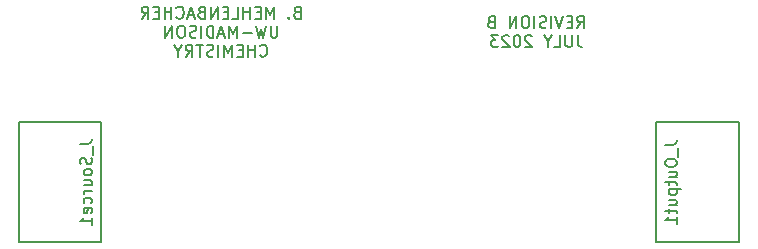
<source format=gbr>
G04 #@! TF.GenerationSoftware,KiCad,Pcbnew,7.0.6*
G04 #@! TF.CreationDate,2023-07-18T09:57:41-05:00*
G04 #@! TF.ProjectId,DC_Amplifier,44435f41-6d70-46c6-9966-6965722e6b69,B*
G04 #@! TF.SameCoordinates,Original*
G04 #@! TF.FileFunction,Legend,Bot*
G04 #@! TF.FilePolarity,Positive*
%FSLAX46Y46*%
G04 Gerber Fmt 4.6, Leading zero omitted, Abs format (unit mm)*
G04 Created by KiCad (PCBNEW 7.0.6) date 2023-07-18 09:57:41*
%MOMM*%
%LPD*%
G01*
G04 APERTURE LIST*
%ADD10C,0.150000*%
G04 APERTURE END LIST*
D10*
X118387380Y-75849819D02*
X118720713Y-75373628D01*
X118958808Y-75849819D02*
X118958808Y-74849819D01*
X118958808Y-74849819D02*
X118577856Y-74849819D01*
X118577856Y-74849819D02*
X118482618Y-74897438D01*
X118482618Y-74897438D02*
X118434999Y-74945057D01*
X118434999Y-74945057D02*
X118387380Y-75040295D01*
X118387380Y-75040295D02*
X118387380Y-75183152D01*
X118387380Y-75183152D02*
X118434999Y-75278390D01*
X118434999Y-75278390D02*
X118482618Y-75326009D01*
X118482618Y-75326009D02*
X118577856Y-75373628D01*
X118577856Y-75373628D02*
X118958808Y-75373628D01*
X117958808Y-75326009D02*
X117625475Y-75326009D01*
X117482618Y-75849819D02*
X117958808Y-75849819D01*
X117958808Y-75849819D02*
X117958808Y-74849819D01*
X117958808Y-74849819D02*
X117482618Y-74849819D01*
X117196903Y-74849819D02*
X116863570Y-75849819D01*
X116863570Y-75849819D02*
X116530237Y-74849819D01*
X116196903Y-75849819D02*
X116196903Y-74849819D01*
X115768332Y-75802200D02*
X115625475Y-75849819D01*
X115625475Y-75849819D02*
X115387380Y-75849819D01*
X115387380Y-75849819D02*
X115292142Y-75802200D01*
X115292142Y-75802200D02*
X115244523Y-75754580D01*
X115244523Y-75754580D02*
X115196904Y-75659342D01*
X115196904Y-75659342D02*
X115196904Y-75564104D01*
X115196904Y-75564104D02*
X115244523Y-75468866D01*
X115244523Y-75468866D02*
X115292142Y-75421247D01*
X115292142Y-75421247D02*
X115387380Y-75373628D01*
X115387380Y-75373628D02*
X115577856Y-75326009D01*
X115577856Y-75326009D02*
X115673094Y-75278390D01*
X115673094Y-75278390D02*
X115720713Y-75230771D01*
X115720713Y-75230771D02*
X115768332Y-75135533D01*
X115768332Y-75135533D02*
X115768332Y-75040295D01*
X115768332Y-75040295D02*
X115720713Y-74945057D01*
X115720713Y-74945057D02*
X115673094Y-74897438D01*
X115673094Y-74897438D02*
X115577856Y-74849819D01*
X115577856Y-74849819D02*
X115339761Y-74849819D01*
X115339761Y-74849819D02*
X115196904Y-74897438D01*
X114768332Y-75849819D02*
X114768332Y-74849819D01*
X114101666Y-74849819D02*
X113911190Y-74849819D01*
X113911190Y-74849819D02*
X113815952Y-74897438D01*
X113815952Y-74897438D02*
X113720714Y-74992676D01*
X113720714Y-74992676D02*
X113673095Y-75183152D01*
X113673095Y-75183152D02*
X113673095Y-75516485D01*
X113673095Y-75516485D02*
X113720714Y-75706961D01*
X113720714Y-75706961D02*
X113815952Y-75802200D01*
X113815952Y-75802200D02*
X113911190Y-75849819D01*
X113911190Y-75849819D02*
X114101666Y-75849819D01*
X114101666Y-75849819D02*
X114196904Y-75802200D01*
X114196904Y-75802200D02*
X114292142Y-75706961D01*
X114292142Y-75706961D02*
X114339761Y-75516485D01*
X114339761Y-75516485D02*
X114339761Y-75183152D01*
X114339761Y-75183152D02*
X114292142Y-74992676D01*
X114292142Y-74992676D02*
X114196904Y-74897438D01*
X114196904Y-74897438D02*
X114101666Y-74849819D01*
X113244523Y-75849819D02*
X113244523Y-74849819D01*
X113244523Y-74849819D02*
X112673095Y-75849819D01*
X112673095Y-75849819D02*
X112673095Y-74849819D01*
X111101666Y-75326009D02*
X110958809Y-75373628D01*
X110958809Y-75373628D02*
X110911190Y-75421247D01*
X110911190Y-75421247D02*
X110863571Y-75516485D01*
X110863571Y-75516485D02*
X110863571Y-75659342D01*
X110863571Y-75659342D02*
X110911190Y-75754580D01*
X110911190Y-75754580D02*
X110958809Y-75802200D01*
X110958809Y-75802200D02*
X111054047Y-75849819D01*
X111054047Y-75849819D02*
X111434999Y-75849819D01*
X111434999Y-75849819D02*
X111434999Y-74849819D01*
X111434999Y-74849819D02*
X111101666Y-74849819D01*
X111101666Y-74849819D02*
X111006428Y-74897438D01*
X111006428Y-74897438D02*
X110958809Y-74945057D01*
X110958809Y-74945057D02*
X110911190Y-75040295D01*
X110911190Y-75040295D02*
X110911190Y-75135533D01*
X110911190Y-75135533D02*
X110958809Y-75230771D01*
X110958809Y-75230771D02*
X111006428Y-75278390D01*
X111006428Y-75278390D02*
X111101666Y-75326009D01*
X111101666Y-75326009D02*
X111434999Y-75326009D01*
X118435000Y-76459819D02*
X118435000Y-77174104D01*
X118435000Y-77174104D02*
X118482619Y-77316961D01*
X118482619Y-77316961D02*
X118577857Y-77412200D01*
X118577857Y-77412200D02*
X118720714Y-77459819D01*
X118720714Y-77459819D02*
X118815952Y-77459819D01*
X117958809Y-76459819D02*
X117958809Y-77269342D01*
X117958809Y-77269342D02*
X117911190Y-77364580D01*
X117911190Y-77364580D02*
X117863571Y-77412200D01*
X117863571Y-77412200D02*
X117768333Y-77459819D01*
X117768333Y-77459819D02*
X117577857Y-77459819D01*
X117577857Y-77459819D02*
X117482619Y-77412200D01*
X117482619Y-77412200D02*
X117435000Y-77364580D01*
X117435000Y-77364580D02*
X117387381Y-77269342D01*
X117387381Y-77269342D02*
X117387381Y-76459819D01*
X116435000Y-77459819D02*
X116911190Y-77459819D01*
X116911190Y-77459819D02*
X116911190Y-76459819D01*
X115911190Y-76983628D02*
X115911190Y-77459819D01*
X116244523Y-76459819D02*
X115911190Y-76983628D01*
X115911190Y-76983628D02*
X115577857Y-76459819D01*
X114530237Y-76555057D02*
X114482618Y-76507438D01*
X114482618Y-76507438D02*
X114387380Y-76459819D01*
X114387380Y-76459819D02*
X114149285Y-76459819D01*
X114149285Y-76459819D02*
X114054047Y-76507438D01*
X114054047Y-76507438D02*
X114006428Y-76555057D01*
X114006428Y-76555057D02*
X113958809Y-76650295D01*
X113958809Y-76650295D02*
X113958809Y-76745533D01*
X113958809Y-76745533D02*
X114006428Y-76888390D01*
X114006428Y-76888390D02*
X114577856Y-77459819D01*
X114577856Y-77459819D02*
X113958809Y-77459819D01*
X113339761Y-76459819D02*
X113244523Y-76459819D01*
X113244523Y-76459819D02*
X113149285Y-76507438D01*
X113149285Y-76507438D02*
X113101666Y-76555057D01*
X113101666Y-76555057D02*
X113054047Y-76650295D01*
X113054047Y-76650295D02*
X113006428Y-76840771D01*
X113006428Y-76840771D02*
X113006428Y-77078866D01*
X113006428Y-77078866D02*
X113054047Y-77269342D01*
X113054047Y-77269342D02*
X113101666Y-77364580D01*
X113101666Y-77364580D02*
X113149285Y-77412200D01*
X113149285Y-77412200D02*
X113244523Y-77459819D01*
X113244523Y-77459819D02*
X113339761Y-77459819D01*
X113339761Y-77459819D02*
X113434999Y-77412200D01*
X113434999Y-77412200D02*
X113482618Y-77364580D01*
X113482618Y-77364580D02*
X113530237Y-77269342D01*
X113530237Y-77269342D02*
X113577856Y-77078866D01*
X113577856Y-77078866D02*
X113577856Y-76840771D01*
X113577856Y-76840771D02*
X113530237Y-76650295D01*
X113530237Y-76650295D02*
X113482618Y-76555057D01*
X113482618Y-76555057D02*
X113434999Y-76507438D01*
X113434999Y-76507438D02*
X113339761Y-76459819D01*
X112625475Y-76555057D02*
X112577856Y-76507438D01*
X112577856Y-76507438D02*
X112482618Y-76459819D01*
X112482618Y-76459819D02*
X112244523Y-76459819D01*
X112244523Y-76459819D02*
X112149285Y-76507438D01*
X112149285Y-76507438D02*
X112101666Y-76555057D01*
X112101666Y-76555057D02*
X112054047Y-76650295D01*
X112054047Y-76650295D02*
X112054047Y-76745533D01*
X112054047Y-76745533D02*
X112101666Y-76888390D01*
X112101666Y-76888390D02*
X112673094Y-77459819D01*
X112673094Y-77459819D02*
X112054047Y-77459819D01*
X111720713Y-76459819D02*
X111101666Y-76459819D01*
X111101666Y-76459819D02*
X111434999Y-76840771D01*
X111434999Y-76840771D02*
X111292142Y-76840771D01*
X111292142Y-76840771D02*
X111196904Y-76888390D01*
X111196904Y-76888390D02*
X111149285Y-76936009D01*
X111149285Y-76936009D02*
X111101666Y-77031247D01*
X111101666Y-77031247D02*
X111101666Y-77269342D01*
X111101666Y-77269342D02*
X111149285Y-77364580D01*
X111149285Y-77364580D02*
X111196904Y-77412200D01*
X111196904Y-77412200D02*
X111292142Y-77459819D01*
X111292142Y-77459819D02*
X111577856Y-77459819D01*
X111577856Y-77459819D02*
X111673094Y-77412200D01*
X111673094Y-77412200D02*
X111720713Y-77364580D01*
X94645952Y-74521009D02*
X94503095Y-74568628D01*
X94503095Y-74568628D02*
X94455476Y-74616247D01*
X94455476Y-74616247D02*
X94407857Y-74711485D01*
X94407857Y-74711485D02*
X94407857Y-74854342D01*
X94407857Y-74854342D02*
X94455476Y-74949580D01*
X94455476Y-74949580D02*
X94503095Y-74997200D01*
X94503095Y-74997200D02*
X94598333Y-75044819D01*
X94598333Y-75044819D02*
X94979285Y-75044819D01*
X94979285Y-75044819D02*
X94979285Y-74044819D01*
X94979285Y-74044819D02*
X94645952Y-74044819D01*
X94645952Y-74044819D02*
X94550714Y-74092438D01*
X94550714Y-74092438D02*
X94503095Y-74140057D01*
X94503095Y-74140057D02*
X94455476Y-74235295D01*
X94455476Y-74235295D02*
X94455476Y-74330533D01*
X94455476Y-74330533D02*
X94503095Y-74425771D01*
X94503095Y-74425771D02*
X94550714Y-74473390D01*
X94550714Y-74473390D02*
X94645952Y-74521009D01*
X94645952Y-74521009D02*
X94979285Y-74521009D01*
X93979285Y-74949580D02*
X93931666Y-74997200D01*
X93931666Y-74997200D02*
X93979285Y-75044819D01*
X93979285Y-75044819D02*
X94026904Y-74997200D01*
X94026904Y-74997200D02*
X93979285Y-74949580D01*
X93979285Y-74949580D02*
X93979285Y-75044819D01*
X92741190Y-75044819D02*
X92741190Y-74044819D01*
X92741190Y-74044819D02*
X92407857Y-74759104D01*
X92407857Y-74759104D02*
X92074524Y-74044819D01*
X92074524Y-74044819D02*
X92074524Y-75044819D01*
X91598333Y-74521009D02*
X91265000Y-74521009D01*
X91122143Y-75044819D02*
X91598333Y-75044819D01*
X91598333Y-75044819D02*
X91598333Y-74044819D01*
X91598333Y-74044819D02*
X91122143Y-74044819D01*
X90693571Y-75044819D02*
X90693571Y-74044819D01*
X90693571Y-74521009D02*
X90122143Y-74521009D01*
X90122143Y-75044819D02*
X90122143Y-74044819D01*
X89169762Y-75044819D02*
X89645952Y-75044819D01*
X89645952Y-75044819D02*
X89645952Y-74044819D01*
X88836428Y-74521009D02*
X88503095Y-74521009D01*
X88360238Y-75044819D02*
X88836428Y-75044819D01*
X88836428Y-75044819D02*
X88836428Y-74044819D01*
X88836428Y-74044819D02*
X88360238Y-74044819D01*
X87931666Y-75044819D02*
X87931666Y-74044819D01*
X87931666Y-74044819D02*
X87360238Y-75044819D01*
X87360238Y-75044819D02*
X87360238Y-74044819D01*
X86550714Y-74521009D02*
X86407857Y-74568628D01*
X86407857Y-74568628D02*
X86360238Y-74616247D01*
X86360238Y-74616247D02*
X86312619Y-74711485D01*
X86312619Y-74711485D02*
X86312619Y-74854342D01*
X86312619Y-74854342D02*
X86360238Y-74949580D01*
X86360238Y-74949580D02*
X86407857Y-74997200D01*
X86407857Y-74997200D02*
X86503095Y-75044819D01*
X86503095Y-75044819D02*
X86884047Y-75044819D01*
X86884047Y-75044819D02*
X86884047Y-74044819D01*
X86884047Y-74044819D02*
X86550714Y-74044819D01*
X86550714Y-74044819D02*
X86455476Y-74092438D01*
X86455476Y-74092438D02*
X86407857Y-74140057D01*
X86407857Y-74140057D02*
X86360238Y-74235295D01*
X86360238Y-74235295D02*
X86360238Y-74330533D01*
X86360238Y-74330533D02*
X86407857Y-74425771D01*
X86407857Y-74425771D02*
X86455476Y-74473390D01*
X86455476Y-74473390D02*
X86550714Y-74521009D01*
X86550714Y-74521009D02*
X86884047Y-74521009D01*
X85931666Y-74759104D02*
X85455476Y-74759104D01*
X86026904Y-75044819D02*
X85693571Y-74044819D01*
X85693571Y-74044819D02*
X85360238Y-75044819D01*
X84455476Y-74949580D02*
X84503095Y-74997200D01*
X84503095Y-74997200D02*
X84645952Y-75044819D01*
X84645952Y-75044819D02*
X84741190Y-75044819D01*
X84741190Y-75044819D02*
X84884047Y-74997200D01*
X84884047Y-74997200D02*
X84979285Y-74901961D01*
X84979285Y-74901961D02*
X85026904Y-74806723D01*
X85026904Y-74806723D02*
X85074523Y-74616247D01*
X85074523Y-74616247D02*
X85074523Y-74473390D01*
X85074523Y-74473390D02*
X85026904Y-74282914D01*
X85026904Y-74282914D02*
X84979285Y-74187676D01*
X84979285Y-74187676D02*
X84884047Y-74092438D01*
X84884047Y-74092438D02*
X84741190Y-74044819D01*
X84741190Y-74044819D02*
X84645952Y-74044819D01*
X84645952Y-74044819D02*
X84503095Y-74092438D01*
X84503095Y-74092438D02*
X84455476Y-74140057D01*
X84026904Y-75044819D02*
X84026904Y-74044819D01*
X84026904Y-74521009D02*
X83455476Y-74521009D01*
X83455476Y-75044819D02*
X83455476Y-74044819D01*
X82979285Y-74521009D02*
X82645952Y-74521009D01*
X82503095Y-75044819D02*
X82979285Y-75044819D01*
X82979285Y-75044819D02*
X82979285Y-74044819D01*
X82979285Y-74044819D02*
X82503095Y-74044819D01*
X81503095Y-75044819D02*
X81836428Y-74568628D01*
X82074523Y-75044819D02*
X82074523Y-74044819D01*
X82074523Y-74044819D02*
X81693571Y-74044819D01*
X81693571Y-74044819D02*
X81598333Y-74092438D01*
X81598333Y-74092438D02*
X81550714Y-74140057D01*
X81550714Y-74140057D02*
X81503095Y-74235295D01*
X81503095Y-74235295D02*
X81503095Y-74378152D01*
X81503095Y-74378152D02*
X81550714Y-74473390D01*
X81550714Y-74473390D02*
X81598333Y-74521009D01*
X81598333Y-74521009D02*
X81693571Y-74568628D01*
X81693571Y-74568628D02*
X82074523Y-74568628D01*
X93003094Y-75654819D02*
X93003094Y-76464342D01*
X93003094Y-76464342D02*
X92955475Y-76559580D01*
X92955475Y-76559580D02*
X92907856Y-76607200D01*
X92907856Y-76607200D02*
X92812618Y-76654819D01*
X92812618Y-76654819D02*
X92622142Y-76654819D01*
X92622142Y-76654819D02*
X92526904Y-76607200D01*
X92526904Y-76607200D02*
X92479285Y-76559580D01*
X92479285Y-76559580D02*
X92431666Y-76464342D01*
X92431666Y-76464342D02*
X92431666Y-75654819D01*
X92050713Y-75654819D02*
X91812618Y-76654819D01*
X91812618Y-76654819D02*
X91622142Y-75940533D01*
X91622142Y-75940533D02*
X91431666Y-76654819D01*
X91431666Y-76654819D02*
X91193571Y-75654819D01*
X90812618Y-76273866D02*
X90050714Y-76273866D01*
X89574523Y-76654819D02*
X89574523Y-75654819D01*
X89574523Y-75654819D02*
X89241190Y-76369104D01*
X89241190Y-76369104D02*
X88907857Y-75654819D01*
X88907857Y-75654819D02*
X88907857Y-76654819D01*
X88479285Y-76369104D02*
X88003095Y-76369104D01*
X88574523Y-76654819D02*
X88241190Y-75654819D01*
X88241190Y-75654819D02*
X87907857Y-76654819D01*
X87574523Y-76654819D02*
X87574523Y-75654819D01*
X87574523Y-75654819D02*
X87336428Y-75654819D01*
X87336428Y-75654819D02*
X87193571Y-75702438D01*
X87193571Y-75702438D02*
X87098333Y-75797676D01*
X87098333Y-75797676D02*
X87050714Y-75892914D01*
X87050714Y-75892914D02*
X87003095Y-76083390D01*
X87003095Y-76083390D02*
X87003095Y-76226247D01*
X87003095Y-76226247D02*
X87050714Y-76416723D01*
X87050714Y-76416723D02*
X87098333Y-76511961D01*
X87098333Y-76511961D02*
X87193571Y-76607200D01*
X87193571Y-76607200D02*
X87336428Y-76654819D01*
X87336428Y-76654819D02*
X87574523Y-76654819D01*
X86574523Y-76654819D02*
X86574523Y-75654819D01*
X86145952Y-76607200D02*
X86003095Y-76654819D01*
X86003095Y-76654819D02*
X85765000Y-76654819D01*
X85765000Y-76654819D02*
X85669762Y-76607200D01*
X85669762Y-76607200D02*
X85622143Y-76559580D01*
X85622143Y-76559580D02*
X85574524Y-76464342D01*
X85574524Y-76464342D02*
X85574524Y-76369104D01*
X85574524Y-76369104D02*
X85622143Y-76273866D01*
X85622143Y-76273866D02*
X85669762Y-76226247D01*
X85669762Y-76226247D02*
X85765000Y-76178628D01*
X85765000Y-76178628D02*
X85955476Y-76131009D01*
X85955476Y-76131009D02*
X86050714Y-76083390D01*
X86050714Y-76083390D02*
X86098333Y-76035771D01*
X86098333Y-76035771D02*
X86145952Y-75940533D01*
X86145952Y-75940533D02*
X86145952Y-75845295D01*
X86145952Y-75845295D02*
X86098333Y-75750057D01*
X86098333Y-75750057D02*
X86050714Y-75702438D01*
X86050714Y-75702438D02*
X85955476Y-75654819D01*
X85955476Y-75654819D02*
X85717381Y-75654819D01*
X85717381Y-75654819D02*
X85574524Y-75702438D01*
X84955476Y-75654819D02*
X84765000Y-75654819D01*
X84765000Y-75654819D02*
X84669762Y-75702438D01*
X84669762Y-75702438D02*
X84574524Y-75797676D01*
X84574524Y-75797676D02*
X84526905Y-75988152D01*
X84526905Y-75988152D02*
X84526905Y-76321485D01*
X84526905Y-76321485D02*
X84574524Y-76511961D01*
X84574524Y-76511961D02*
X84669762Y-76607200D01*
X84669762Y-76607200D02*
X84765000Y-76654819D01*
X84765000Y-76654819D02*
X84955476Y-76654819D01*
X84955476Y-76654819D02*
X85050714Y-76607200D01*
X85050714Y-76607200D02*
X85145952Y-76511961D01*
X85145952Y-76511961D02*
X85193571Y-76321485D01*
X85193571Y-76321485D02*
X85193571Y-75988152D01*
X85193571Y-75988152D02*
X85145952Y-75797676D01*
X85145952Y-75797676D02*
X85050714Y-75702438D01*
X85050714Y-75702438D02*
X84955476Y-75654819D01*
X84098333Y-76654819D02*
X84098333Y-75654819D01*
X84098333Y-75654819D02*
X83526905Y-76654819D01*
X83526905Y-76654819D02*
X83526905Y-75654819D01*
X91526904Y-78169580D02*
X91574523Y-78217200D01*
X91574523Y-78217200D02*
X91717380Y-78264819D01*
X91717380Y-78264819D02*
X91812618Y-78264819D01*
X91812618Y-78264819D02*
X91955475Y-78217200D01*
X91955475Y-78217200D02*
X92050713Y-78121961D01*
X92050713Y-78121961D02*
X92098332Y-78026723D01*
X92098332Y-78026723D02*
X92145951Y-77836247D01*
X92145951Y-77836247D02*
X92145951Y-77693390D01*
X92145951Y-77693390D02*
X92098332Y-77502914D01*
X92098332Y-77502914D02*
X92050713Y-77407676D01*
X92050713Y-77407676D02*
X91955475Y-77312438D01*
X91955475Y-77312438D02*
X91812618Y-77264819D01*
X91812618Y-77264819D02*
X91717380Y-77264819D01*
X91717380Y-77264819D02*
X91574523Y-77312438D01*
X91574523Y-77312438D02*
X91526904Y-77360057D01*
X91098332Y-78264819D02*
X91098332Y-77264819D01*
X91098332Y-77741009D02*
X90526904Y-77741009D01*
X90526904Y-78264819D02*
X90526904Y-77264819D01*
X90050713Y-77741009D02*
X89717380Y-77741009D01*
X89574523Y-78264819D02*
X90050713Y-78264819D01*
X90050713Y-78264819D02*
X90050713Y-77264819D01*
X90050713Y-77264819D02*
X89574523Y-77264819D01*
X89145951Y-78264819D02*
X89145951Y-77264819D01*
X89145951Y-77264819D02*
X88812618Y-77979104D01*
X88812618Y-77979104D02*
X88479285Y-77264819D01*
X88479285Y-77264819D02*
X88479285Y-78264819D01*
X88003094Y-78264819D02*
X88003094Y-77264819D01*
X87574523Y-78217200D02*
X87431666Y-78264819D01*
X87431666Y-78264819D02*
X87193571Y-78264819D01*
X87193571Y-78264819D02*
X87098333Y-78217200D01*
X87098333Y-78217200D02*
X87050714Y-78169580D01*
X87050714Y-78169580D02*
X87003095Y-78074342D01*
X87003095Y-78074342D02*
X87003095Y-77979104D01*
X87003095Y-77979104D02*
X87050714Y-77883866D01*
X87050714Y-77883866D02*
X87098333Y-77836247D01*
X87098333Y-77836247D02*
X87193571Y-77788628D01*
X87193571Y-77788628D02*
X87384047Y-77741009D01*
X87384047Y-77741009D02*
X87479285Y-77693390D01*
X87479285Y-77693390D02*
X87526904Y-77645771D01*
X87526904Y-77645771D02*
X87574523Y-77550533D01*
X87574523Y-77550533D02*
X87574523Y-77455295D01*
X87574523Y-77455295D02*
X87526904Y-77360057D01*
X87526904Y-77360057D02*
X87479285Y-77312438D01*
X87479285Y-77312438D02*
X87384047Y-77264819D01*
X87384047Y-77264819D02*
X87145952Y-77264819D01*
X87145952Y-77264819D02*
X87003095Y-77312438D01*
X86717380Y-77264819D02*
X86145952Y-77264819D01*
X86431666Y-78264819D02*
X86431666Y-77264819D01*
X85241190Y-78264819D02*
X85574523Y-77788628D01*
X85812618Y-78264819D02*
X85812618Y-77264819D01*
X85812618Y-77264819D02*
X85431666Y-77264819D01*
X85431666Y-77264819D02*
X85336428Y-77312438D01*
X85336428Y-77312438D02*
X85288809Y-77360057D01*
X85288809Y-77360057D02*
X85241190Y-77455295D01*
X85241190Y-77455295D02*
X85241190Y-77598152D01*
X85241190Y-77598152D02*
X85288809Y-77693390D01*
X85288809Y-77693390D02*
X85336428Y-77741009D01*
X85336428Y-77741009D02*
X85431666Y-77788628D01*
X85431666Y-77788628D02*
X85812618Y-77788628D01*
X84622142Y-77788628D02*
X84622142Y-78264819D01*
X84955475Y-77264819D02*
X84622142Y-77788628D01*
X84622142Y-77788628D02*
X84288809Y-77264819D01*
X125819819Y-85733332D02*
X126534104Y-85733332D01*
X126534104Y-85733332D02*
X126676961Y-85685713D01*
X126676961Y-85685713D02*
X126772200Y-85590475D01*
X126772200Y-85590475D02*
X126819819Y-85447618D01*
X126819819Y-85447618D02*
X126819819Y-85352380D01*
X126915057Y-85971428D02*
X126915057Y-86733332D01*
X125819819Y-87161904D02*
X125819819Y-87352380D01*
X125819819Y-87352380D02*
X125867438Y-87447618D01*
X125867438Y-87447618D02*
X125962676Y-87542856D01*
X125962676Y-87542856D02*
X126153152Y-87590475D01*
X126153152Y-87590475D02*
X126486485Y-87590475D01*
X126486485Y-87590475D02*
X126676961Y-87542856D01*
X126676961Y-87542856D02*
X126772200Y-87447618D01*
X126772200Y-87447618D02*
X126819819Y-87352380D01*
X126819819Y-87352380D02*
X126819819Y-87161904D01*
X126819819Y-87161904D02*
X126772200Y-87066666D01*
X126772200Y-87066666D02*
X126676961Y-86971428D01*
X126676961Y-86971428D02*
X126486485Y-86923809D01*
X126486485Y-86923809D02*
X126153152Y-86923809D01*
X126153152Y-86923809D02*
X125962676Y-86971428D01*
X125962676Y-86971428D02*
X125867438Y-87066666D01*
X125867438Y-87066666D02*
X125819819Y-87161904D01*
X126153152Y-88447618D02*
X126819819Y-88447618D01*
X126153152Y-88019047D02*
X126676961Y-88019047D01*
X126676961Y-88019047D02*
X126772200Y-88066666D01*
X126772200Y-88066666D02*
X126819819Y-88161904D01*
X126819819Y-88161904D02*
X126819819Y-88304761D01*
X126819819Y-88304761D02*
X126772200Y-88399999D01*
X126772200Y-88399999D02*
X126724580Y-88447618D01*
X126153152Y-88780952D02*
X126153152Y-89161904D01*
X125819819Y-88923809D02*
X126676961Y-88923809D01*
X126676961Y-88923809D02*
X126772200Y-88971428D01*
X126772200Y-88971428D02*
X126819819Y-89066666D01*
X126819819Y-89066666D02*
X126819819Y-89161904D01*
X126153152Y-89495238D02*
X127153152Y-89495238D01*
X126200771Y-89495238D02*
X126153152Y-89590476D01*
X126153152Y-89590476D02*
X126153152Y-89780952D01*
X126153152Y-89780952D02*
X126200771Y-89876190D01*
X126200771Y-89876190D02*
X126248390Y-89923809D01*
X126248390Y-89923809D02*
X126343628Y-89971428D01*
X126343628Y-89971428D02*
X126629342Y-89971428D01*
X126629342Y-89971428D02*
X126724580Y-89923809D01*
X126724580Y-89923809D02*
X126772200Y-89876190D01*
X126772200Y-89876190D02*
X126819819Y-89780952D01*
X126819819Y-89780952D02*
X126819819Y-89590476D01*
X126819819Y-89590476D02*
X126772200Y-89495238D01*
X126153152Y-90828571D02*
X126819819Y-90828571D01*
X126153152Y-90400000D02*
X126676961Y-90400000D01*
X126676961Y-90400000D02*
X126772200Y-90447619D01*
X126772200Y-90447619D02*
X126819819Y-90542857D01*
X126819819Y-90542857D02*
X126819819Y-90685714D01*
X126819819Y-90685714D02*
X126772200Y-90780952D01*
X126772200Y-90780952D02*
X126724580Y-90828571D01*
X126153152Y-91161905D02*
X126153152Y-91542857D01*
X125819819Y-91304762D02*
X126676961Y-91304762D01*
X126676961Y-91304762D02*
X126772200Y-91352381D01*
X126772200Y-91352381D02*
X126819819Y-91447619D01*
X126819819Y-91447619D02*
X126819819Y-91542857D01*
X126819819Y-92400000D02*
X126819819Y-91828572D01*
X126819819Y-92114286D02*
X125819819Y-92114286D01*
X125819819Y-92114286D02*
X125962676Y-92019048D01*
X125962676Y-92019048D02*
X126057914Y-91923810D01*
X126057914Y-91923810D02*
X126105533Y-91828572D01*
X76289819Y-85638094D02*
X77004104Y-85638094D01*
X77004104Y-85638094D02*
X77146961Y-85590475D01*
X77146961Y-85590475D02*
X77242200Y-85495237D01*
X77242200Y-85495237D02*
X77289819Y-85352380D01*
X77289819Y-85352380D02*
X77289819Y-85257142D01*
X77385057Y-85876190D02*
X77385057Y-86638094D01*
X77242200Y-86828571D02*
X77289819Y-86971428D01*
X77289819Y-86971428D02*
X77289819Y-87209523D01*
X77289819Y-87209523D02*
X77242200Y-87304761D01*
X77242200Y-87304761D02*
X77194580Y-87352380D01*
X77194580Y-87352380D02*
X77099342Y-87399999D01*
X77099342Y-87399999D02*
X77004104Y-87399999D01*
X77004104Y-87399999D02*
X76908866Y-87352380D01*
X76908866Y-87352380D02*
X76861247Y-87304761D01*
X76861247Y-87304761D02*
X76813628Y-87209523D01*
X76813628Y-87209523D02*
X76766009Y-87019047D01*
X76766009Y-87019047D02*
X76718390Y-86923809D01*
X76718390Y-86923809D02*
X76670771Y-86876190D01*
X76670771Y-86876190D02*
X76575533Y-86828571D01*
X76575533Y-86828571D02*
X76480295Y-86828571D01*
X76480295Y-86828571D02*
X76385057Y-86876190D01*
X76385057Y-86876190D02*
X76337438Y-86923809D01*
X76337438Y-86923809D02*
X76289819Y-87019047D01*
X76289819Y-87019047D02*
X76289819Y-87257142D01*
X76289819Y-87257142D02*
X76337438Y-87399999D01*
X77289819Y-87971428D02*
X77242200Y-87876190D01*
X77242200Y-87876190D02*
X77194580Y-87828571D01*
X77194580Y-87828571D02*
X77099342Y-87780952D01*
X77099342Y-87780952D02*
X76813628Y-87780952D01*
X76813628Y-87780952D02*
X76718390Y-87828571D01*
X76718390Y-87828571D02*
X76670771Y-87876190D01*
X76670771Y-87876190D02*
X76623152Y-87971428D01*
X76623152Y-87971428D02*
X76623152Y-88114285D01*
X76623152Y-88114285D02*
X76670771Y-88209523D01*
X76670771Y-88209523D02*
X76718390Y-88257142D01*
X76718390Y-88257142D02*
X76813628Y-88304761D01*
X76813628Y-88304761D02*
X77099342Y-88304761D01*
X77099342Y-88304761D02*
X77194580Y-88257142D01*
X77194580Y-88257142D02*
X77242200Y-88209523D01*
X77242200Y-88209523D02*
X77289819Y-88114285D01*
X77289819Y-88114285D02*
X77289819Y-87971428D01*
X76623152Y-89161904D02*
X77289819Y-89161904D01*
X76623152Y-88733333D02*
X77146961Y-88733333D01*
X77146961Y-88733333D02*
X77242200Y-88780952D01*
X77242200Y-88780952D02*
X77289819Y-88876190D01*
X77289819Y-88876190D02*
X77289819Y-89019047D01*
X77289819Y-89019047D02*
X77242200Y-89114285D01*
X77242200Y-89114285D02*
X77194580Y-89161904D01*
X77289819Y-89638095D02*
X76623152Y-89638095D01*
X76813628Y-89638095D02*
X76718390Y-89685714D01*
X76718390Y-89685714D02*
X76670771Y-89733333D01*
X76670771Y-89733333D02*
X76623152Y-89828571D01*
X76623152Y-89828571D02*
X76623152Y-89923809D01*
X77242200Y-90685714D02*
X77289819Y-90590476D01*
X77289819Y-90590476D02*
X77289819Y-90400000D01*
X77289819Y-90400000D02*
X77242200Y-90304762D01*
X77242200Y-90304762D02*
X77194580Y-90257143D01*
X77194580Y-90257143D02*
X77099342Y-90209524D01*
X77099342Y-90209524D02*
X76813628Y-90209524D01*
X76813628Y-90209524D02*
X76718390Y-90257143D01*
X76718390Y-90257143D02*
X76670771Y-90304762D01*
X76670771Y-90304762D02*
X76623152Y-90400000D01*
X76623152Y-90400000D02*
X76623152Y-90590476D01*
X76623152Y-90590476D02*
X76670771Y-90685714D01*
X77242200Y-91495238D02*
X77289819Y-91400000D01*
X77289819Y-91400000D02*
X77289819Y-91209524D01*
X77289819Y-91209524D02*
X77242200Y-91114286D01*
X77242200Y-91114286D02*
X77146961Y-91066667D01*
X77146961Y-91066667D02*
X76766009Y-91066667D01*
X76766009Y-91066667D02*
X76670771Y-91114286D01*
X76670771Y-91114286D02*
X76623152Y-91209524D01*
X76623152Y-91209524D02*
X76623152Y-91400000D01*
X76623152Y-91400000D02*
X76670771Y-91495238D01*
X76670771Y-91495238D02*
X76766009Y-91542857D01*
X76766009Y-91542857D02*
X76861247Y-91542857D01*
X76861247Y-91542857D02*
X76956485Y-91066667D01*
X77289819Y-92495238D02*
X77289819Y-91923810D01*
X77289819Y-92209524D02*
X76289819Y-92209524D01*
X76289819Y-92209524D02*
X76432676Y-92114286D01*
X76432676Y-92114286D02*
X76527914Y-92019048D01*
X76527914Y-92019048D02*
X76575533Y-91923810D01*
X125095000Y-93980000D02*
X132080000Y-93980000D01*
X132080000Y-93980000D02*
X132080000Y-83820000D01*
X125095000Y-83820000D02*
X125095000Y-93980000D01*
X132080000Y-83820000D02*
X125095000Y-83820000D01*
X78105000Y-83820000D02*
X71120000Y-83820000D01*
X71120000Y-83820000D02*
X71120000Y-93980000D01*
X78105000Y-93980000D02*
X78105000Y-83820000D01*
X71120000Y-93980000D02*
X78105000Y-93980000D01*
M02*

</source>
